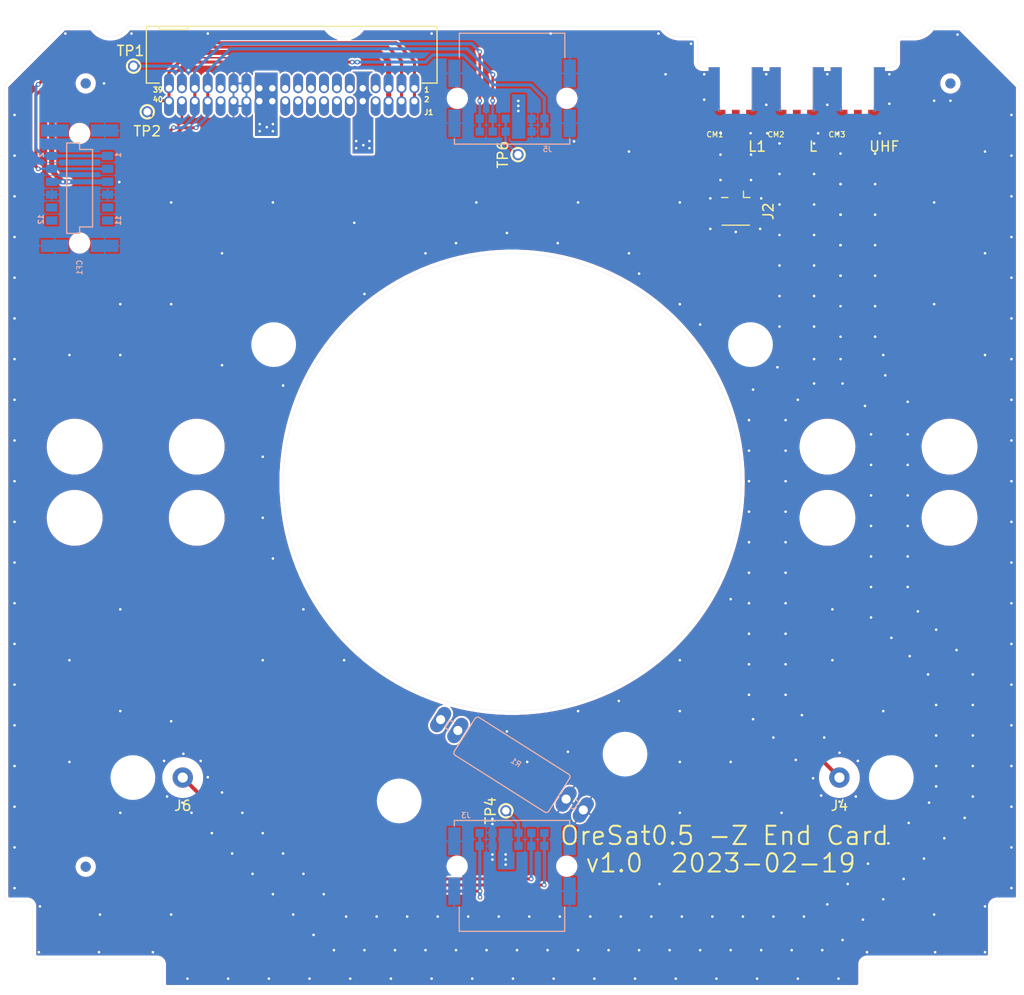
<source format=kicad_pcb>
(kicad_pcb (version 20211014) (generator pcbnew)
  (layers (0 "F.Cu" signal) (1 "In1.Cu" signal) (2 "In2.Cu" signal) (31 "B.Cu" signal) (34 "B.Paste" user) (35 "F.Paste" user) (36 "B.SilkS" user "B.Silkscreen") (37 "F.SilkS" user "F.Silkscreen") (38 "B.Mask" user) (39 "F.Mask" user) (44 "Edge.Cuts" user))
  (net 0 "")
  (net 1 "/CONNECTORS/MAG-SDA")
  (net 2 "GND")
  (net 3 "/CONNECTORS/MAG-SCL")
  (net 4 "/CONNECTORS/MAG-POWER")
  (net 9 "/L BAND/LBAND")
  (net 10 "/UHF/UHF")
  (net 11 "/CONNECTORS/~{SD}")
  (net 12 "/CONNECTORS/CAN1_H")
  (net 13 "/CONNECTORS/CAN1_L")
  (net 14 "/CONNECTORS/C3-UART-TX")
  (net 15 "/CONNECTORS/C3-UART-RX")
  (net 18 "/CONNECTORS/TURNSTILE-DEPLOY")
  (net 33 "/L1 BAND/L1BAND")
  (net 34 "VBUS")
  (net 35 "/CONNECTORS/+X_AUX")
  (net 36 "/CONNECTORS/-X_AUX")
  (footprint "MountingHole:MountingHole_5mm" (layer "F.Cu") (at 179.512902 99.005193)
    (fp_text reference "REF**" hide)
    (fp_text value "MountingHole_5mm")
  )
  (footprint "MountingHole:MountingHole_5mm" (layer "F.Cu") (at 105.512902 106.005193)
    (fp_text reference "REF**" hide)
    (fp_text value "MountingHole_5mm")
  )
  (footprint "oresat-connectors:J-MOLEX-SMPM-073300-003X" (layer "F.Cu") (at 176.500002 61.699993)
    (fp_text reference "CM2")
    (fp_text value "J-MOLEX-SMPM-73300-003X" hide)
  )
  (footprint "oresat-misc:TestPoint-MinTH" (layer "F.Cu") (at 149.100002 70.299993 90)
    (fp_text reference "TP6")
    (fp_text value "TEST-POINT-LARGE-SQUARE" hide)
  )
  (footprint "MountingHole:MountingHole_5mm" (layer "F.Cu") (at 191.512902 99.005193)
    (fp_text reference "REF**" hide)
    (fp_text value "MountingHole_5mm")
  )
  (footprint "oresat-connectors:J-MOLEX-SMPM-073300-003X" (layer "F.Cu") (at 182.500002 61.699993)
    (fp_text reference "CM3")
    (fp_text value "J-MOLEX-SMPM-73300-003X" hide)
  )
  (footprint "MountingHole:MountingHole_5mm" (layer "F.Cu") (at 117.512902 99.005193)
    (fp_text reference "REF**" hide)
    (fp_text value "MountingHole_5mm")
  )
  (footprint "plusz-end-card-with-turnstile:ORESAT-CARD-V1.3-GENERIC-3RF" (layer "F.Cu") (at 98.6 152.3)
    (fp_text reference "PCB1" hide)
    (fp_text value "ORESAT-CARD-V1.3-GENERIC-3RF" hide)
  )
  (footprint "MountingHole:MountingHole_5mm" (layer "F.Cu") (at 179.512902 106.005193)
    (fp_text reference "REF**" hide)
    (fp_text value "MountingHole_5mm")
  )
  (footprint "oresat-footprints:J-SAMTEC-TFM-120-X1-XXX-D-RA" (layer "F.Cu") (at 126.846502 64.410793)
    (property "Value" "J-SAMTEC-TFM-120-01-L-D-RA")
    (fp_text reference "J1")
    (fp_text value "J-SAMTEC-TFM-120-01-L-D-RA")
  )
  (footprint "oresat-connectors:J-MOLEX-SMPM-073300-003X" (layer "F.Cu") (at 170.500009 61.700003)
    (fp_text reference "CM1")
    (fp_text value "J-MOLEX-SMPM-73300-003X" hide)
  )
  (footprint "oresat-misc:TestPoint-MinTH" (layer "F.Cu") (at 111.300002 61.599993)
    (fp_text reference "TP1")
    (fp_text value "TEST-POINT-LARGE-SQUARE" hide)
  )
  (footprint "oresat-misc:TestPoint-MinTH" (layer "F.Cu") (at 147.900002 134.799993 90)
    (fp_text reference "TP4")
    (fp_text value "TEST-POINT-LARGE-SQUARE" hide)
  )
  (footprint "Connector_Pin:Pin_D1.0mm_L10.0mm" (layer "F.Cu") (at 116.138459 131.534934)
    (fp_text reference "J6")
    (fp_text value "UHF Feed")
  )
  (footprint "Connector_Pin:Pin_D1.0mm_L10.0mm" (layer "F.Cu") (at 180.6873 131.5349)
    (fp_text reference "J4")
    (fp_text value "L-Band Feed")
  )
  (footprint "MountingHole:MountingHole_5mm" (layer "F.Cu") (at 117.512902 106.005193)
    (fp_text reference "REF**" hide)
    (fp_text value "MountingHole_5mm")
  )
  (footprint "MountingHole:MountingHole_5mm" (layer "F.Cu") (at 105.512902 99.005193)
    (fp_text reference "REF**" hide)
    (fp_text value "MountingHole_5mm")
  )
  (footprint "Fiducial:Fiducial_1mm_Mask2mm" (layer "F.Cu") (at 191.600002 63.299993)
    (fp_text reference "FID3" hide)
    (fp_text value "Fiducial")
  )
  (footprint "Connector_Coaxial:U.FL_Hirose_U.FL-R-SMT-1_Vertical" (layer "F.Cu") (at 170.5 75.4 -90)
    (fp_text reference "J2")
    (fp_text value "U.FL-R-SMT-1")
  )
  (footprint "MountingHole:MountingHole_5mm" (layer "F.Cu") (at 191.512902 106.005193)
    (fp_text reference "REF**" hide)
    (fp_text value "MountingHole_5mm")
  )
  (footprint "Fiducial:Fiducial_1mm_Mask2mm" (layer "F.Cu") (at 106.600002 140.299993)
    (fp_text reference "FID1" hide)
    (fp_text value "Fiducial")
  )
  (footprint "oresat-misc:TestPoint-MinTH" (layer "F.Cu") (at 112.647902 66.087193)
    (fp_text reference "TP2")
    (fp_text value "TEST-POINT-LARGE-SQUARE" hide)
  )
  (footprint "Fiducial:Fiducial_1mm_Mask2mm" (layer "F.Cu") (at 106.600002 63.299993)
    (fp_text reference "FID2" hide)
    (fp_text value "Fiducial")
  )
  (footprint "Fiducial:Fiducial_1mm_Mask2mm" (layer "B.Cu") (at 106.600002 63.299993 -90)
    (fp_text reference "FID4" hide)
    (fp_text value "Fiducial")
  )
  (footprint "oresat-connectors:J-Harwin-M55-7101242R" (layer "B.Cu") (at 148.500002 140.249993 180)
    (fp_text reference "J3")
    (fp_text value "Harwin M55-7101242R" hide)
  )
  (footprint "oresat-misc:M2-Press-Fit-Nut" (layer "B.Cu") (at 185.7873 131.5349 180)
    (fp_text reference "HW1" hide)
    (fp_text value "M2-Press-Fit-Nut" hide)
  )
  (footprint "oresat-misc:M2-Press-Fit-Nut" (layer "B.Cu") (at 137.412902 133.834934 180)
    (fp_text reference "HW3" hide)
    (fp_text value "M2-Press-Fit-Nut" hide)
  )
  (footprint "oresat-misc:M2-Press-Fit-Nut" (layer "B.Cu") (at 171.950274 88.97362 180)
    (fp_text reference "HW5" hide)
    (fp_text value "M2-Press-Fit-Nut" hide)
  )
  (footprint "oresat-connectors:J-Harwin-M55-60X1242R" (layer "B.Cu") (at 106.000002 73.599993 -90)
    (fp_text reference "CF1")
    (fp_text value "J-HARWIN-M55-6001242R" hide)
  )
  (footprint "Fiducial:Fiducial_1mm_Mask2mm" (layer "B.Cu") (at 191.600002 63.299993 180)
    (fp_text reference "FID5" hide)
    (fp_text value "Fiducial")
  )
  (footprint "oresat-misc:M2-Press-Fit-Nut" (layer "B.Cu") (at 125.07553 88.97362 180)
    (fp_text reference "HW6" hide)
    (fp_text value "M2-Press-Fit-Nut" hide)
  )
  (footprint "oresat-misc:M2-Press-Fit-Nut" (layer "B.Cu") (at 159.612902 129.233485 180)
    (fp_text reference "HW2" hide)
    (fp_text value "M2-Press-Fit-Nut" hide)
  )
  (footprint "oresat-misc:M2-Press-Fit-Nut" (layer "B.Cu") (at 111.238459 131.534934 180)
    (fp_text reference "HW4" hide)
    (fp_text value "M2-Press-Fit-Nut" hide)
  )
  (footprint "Fiducial:Fiducial_1mm_Mask2mm" (layer "B.Cu") (at 106.600002 140.299993 180)
    (fp_text reference "FID6" hide)
    (fp_text value "Fiducial")
  )
  (footprint "oresat-connectors:J-Harwin-M55-7101242R" (layer "B.Cu") (at 148.512902 64.766393)
    (fp_text reference "J5")
    (fp_text value "Harwin M55-7101242R" hide)
  )
  (footprint "oresat-passives:R-PAC100-FOR-MELTWIRE" (layer "B.Cu") (at 148.5 130.278955 -122.35)
    (fp_text reference "R1")
    (fp_text value "7.5 1W" hide)
  )
  (gr_line (start 168.922902 61.705193) (end 167.244953 61.705193) (layer "Edge.Cuts") (width 0.02))
  (gr_line (start 101.362902 148.905193) (end 101.362902 144.205193) (layer "Edge.Cuts") (width 0.02))
  (gr_line (start 114.112902 151.805193) (end 114.112902 149.905193) (layer "Edge.Cuts") (width 0.02))
  (gr_arc (start 186.280851 59.205193) (mid 186.427295 58.851622) (end 186.780851 58.705193) (layer "Edge.Cuts") (width 0.02))
  (gr_line (start 195.662902 148.905193) (end 195.662902 144.205193) (layer "Edge.Cuts") (width 0.02))
  (gr_arc (start 181.422902 65.905193) (mid 181.069349 65.758746) (end 180.922902 65.405193) (layer "Edge.Cuts") (width 0.02))
  (gr_arc (start 167.244953 61.705193) (mid 166.891431 61.558729) (end 166.744953 61.205193) (layer "Edge.Cuts") (width 0.02))
  (gr_line (start 166.244953 58.705193) (end 165.012902 58.705193) (layer "Edge.Cuts") (width 0.02))
  (gr_line (start 172.102902 61.705193) (end 172.102902 65.405193) (layer "Edge.Cuts") (width 0.02))
  (gr_arc (start 182.912902 149.905193) (mid 183.059349 149.55164) (end 183.412902 149.405193) (layer "Edge.Cuts") (width 0.02))
  (gr_line (start 181.422902 65.905193) (end 183.602902 65.905193) (layer "Edge.Cuts") (width 0.02))
  (gr_line (start 178.102902 61.705193) (end 180.922902 61.705193) (layer "Edge.Cuts") (width 0.02))
  (gr_line (start 98.612902 63.503469) (end 104.411178 57.705193) (layer "Edge.Cuts") (width 0.02))
  (gr_arc (start 169.422902 65.905193) (mid 169.069349 65.758746) (end 168.922902 65.405193) (layer "Edge.Cuts") (width 0.02))
  (gr_line (start 186.280851 61.205193) (end 186.280851 59.205193) (layer "Edge.Cuts") (width 0.02))
  (gr_arc (start 195.662902 148.905193) (mid 195.516455 149.258746) (end 195.162902 149.405193) (layer "Edge.Cuts") (width 0.02))
  (gr_arc (start 184.102902 65.405193) (mid 183.956455 65.758746) (end 183.602902 65.905193) (layer "Edge.Cuts") (width 0.02))
  (gr_line (start 198.412902 63.503469) (end 192.614626 57.705193) (layer "Edge.Cuts") (width 0.02))
  (gr_line (start 113.612902 149.405193) (end 101.862902 149.405193) (layer "Edge.Cuts") (width 0.02))
  (gr_line (start 107.280851 57.705193) (end 104.411178 57.705193) (layer "Edge.Cuts") (width 0.02))
  (gr_line (start 184.102902 61.705193) (end 185.780851 61.705193) (layer "Edge.Cuts") (width 0.02))
  (gr_line (start 180.922902 61.705193) (end 180.922902 65.405193) (layer "Edge.Cuts") (width 0.02))
  (gr_arc (start 99.112902 143.705193) (mid 98.759349 143.558746) (end 98.612902 143.205193) (layer "Edge.Cuts") (width 0.02))
  (gr_line (start 178.102902 65.405193) (end 178.102902 61.705193) (layer "Edge.Cuts") (width 0.02))
  (gr_line (start 174.922902 61.705193) (end 172.102902 61.705193) (layer "Edge.Cuts") (width 0.02))
  (gr_line (start 174.922902 65.405193) (end 174.922902 61.705193) (layer "Edge.Cuts") (width 0.02))
  (gr_circle (center 148.512902 102.505193) (end 171.012902 102.505193) (layer "Edge.Cuts") (width 0.02) (fill none))
  (gr_arc (start 114.612902 152.305193) (mid 114.259349 152.158746) (end 114.112902 151.805193) (layer "Edge.Cuts") (width 0.02))
  (gr_circle (center 180.922902 65.905193) (end 181.082902 65.905193) (layer "Edge.Cuts") (width 0.02) (fill none))
  (gr_arc (start 165.012902 58.705193) (mid 164.012902 58.437244) (end 163.280851 57.705193) (layer "Edge.Cuts") (width 0.02))
  (gr_arc (start 186.280851 61.205193) (mid 186.134407 61.558764) (end 185.780851 61.705193) (layer "Edge.Cuts") (width 0.02))
  (gr_circle (center 178.102902 65.905193) (end 178.262902 65.905193) (layer "Edge.Cuts") (width 0.02) (fill none))
  (gr_arc (start 198.412902 143.205193) (mid 198.266455 143.558746) (end 197.912902 143.705193) (layer "Edge.Cuts") (width 0.02))
  (gr_arc (start 178.102902 65.405193) (mid 177.956455 65.758746) (end 177.602902 65.905193) (layer "Edge.Cuts") (width 0.02))
  (gr_circle (center 184.102902 65.905193) (end 184.262902 65.905193) (layer "Edge.Cuts") (width 0.02) (fill none))
  (gr_arc (start 113.612902 149.405193) (mid 113.966455 149.55164) (end 114.112902 149.905193) (layer "Edge.Cuts") (width 0.02))
  (gr_line (start 186.780851 58.705193) (end 188.012902 58.705193) (layer "Edge.Cuts") (width 0.02))
  (gr_line (start 184.102902 65.405193) (end 184.102902 61.705193) (layer "Edge.Cuts") (width 0.02))
  (gr_arc (start 182.912902 151.805193) (mid 182.766455 152.158746) (end 182.412902 152.305193) (layer "Edge.Cuts") (width 0.02))
  (gr_line (start 163.280851 57.705193) (end 133.744953 57.705193) (layer "Edge.Cuts") (width 0.02))
  (gr_arc (start 133.744953 57.705193) (mid 132.012902 58.705193) (end 130.280851 57.705193) (layer "Edge.Cuts") (width 0.02))
  (gr_line (start 100.862902 143.705193) (end 99.112902 143.705193) (layer "Edge.Cuts") (width 0.02))
  (gr_arc (start 100.862902 143.705193) (mid 101.216455 143.85164) (end 101.362902 144.205193) (layer "Edge.Cuts") (width 0.02))
  (gr_line (start 171.602902 65.905193) (end 169.422902 65.905193) (layer "Edge.Cuts") (width 0.02))
  (gr_line (start 168.922902 65.405193) (end 168.922902 61.705193) (layer "Edge.Cuts") (width 0.02))
  (gr_arc (start 101.862902 149.405193) (mid 101.509349 149.258746) (end 101.362902 148.905193) (layer "Edge.Cuts") (width 0.02))
  (gr_arc (start 166.244953 58.705193) (mid 166.598473 58.851658) (end 166.744953 59.205193) (layer "Edge.Cuts") (width 0.02))
  (gr_circle (center 172.102902 65.905193) (end 172.262902 65.905193) (layer "Edge.Cuts") (width 0.02) (fill none))
  (gr_line (start 166.744953 61.205193) (end 166.744953 59.205193) (layer "Edge.Cuts") (width 0.02))
  (gr_line (start 177.602902 65.905193) (end 175.422902 65.905193) (layer "Edge.Cuts") (width 0.02))
  (gr_arc (start 195.662902 144.205193) (mid 195.809349 143.85164) (end 196.162902 143.705193) (layer "Edge.Cuts") (width 0.02))
  (gr_arc (start 172.102902 65.405193) (mid 171.956455 65.758746) (end 171.602902 65.905193) (layer "Edge.Cuts") (width 0.02))
  (gr_line (start 192.614626 57.705193) (end 189.744953 57.705193) (layer "Edge.Cuts") (width 0.02))
  (gr_line (start 130.280851 57.705193) (end 110.744953 57.705193) (layer "Edge.Cuts") (width 0.02))
  (gr_line (start 196.162902 143.705193) (end 197.912902 143.705193) (layer "Edge.Cuts") (width 0.02))
  (gr_circle (center 168.922902 65.905193) (end 169.082902 65.905193) (layer "Edge.Cuts") (width 0.02) (fill none))
  (gr_line (start 98.612902 143.205193) (end 98.612902 63.503469) (layer "Edge.Cuts") (width 0.02))
  (gr_arc (start 110.744953 57.705193) (mid 109.012902 58.705193) (end 107.280851 57.705193) (layer "Edge.Cuts") (width 0.02))
  (gr_line (start 198.412902 143.205193) (end 198.412902 63.503469) (layer "Edge.Cuts") (width 0.02))
  (gr_line (start 182.412902 152.305193) (end 114.612902 152.305193) (layer "Edge.Cuts") (width 0.02))
  (gr_arc (start 189.744953 57.705193) (mid 189.012902 58.437244) (end 188.012902 58.705193) (layer "Edge.Cuts") (width 0.02))
  (gr_line (start 182.912902 151.805193) (end 182.912902 149.905193) (layer "Edge.Cuts") (width 0.02))
  (gr_circle (center 174.922902 65.905193) (end 175.082902 65.905193) (layer "Edge.Cuts") (width 0.02) (fill none))
  (gr_line (start 183.412902 149.405193) (end 195.162902 149.405193) (layer "Edge.Cuts") (width 0.02))
  (gr_arc (start 175.422902 65.905193) (mid 175.069349 65.758746) (end 174.922902 65.405193) (layer "Edge.Cuts") (width 0.02))
  (gr_text "v1.0  2023-02-19" (at 155.6 141) (layer "F.SilkS") (effects (font (size 1.8 1.8) (thickness 0.2)) (justify left bottom)))
  (gr_text "OreSat0.5 -Z End Card" (at 153.1 138.3) (layer "F.SilkS") (effects (font (size 1.8 1.8) (thickness 0.2)) (justify left bottom)))
  (gr_text "L1\n" (at 172.6 69.5) (layer "F.SilkS") (effects (font (size 1 1))))
  (gr_text "L" (at 178.1 69.5) (layer "F.SilkS") (effects (font (size 1 1))))
  (gr_text "UHF" (at 185.1 69.5) (layer "F.SilkS") (effects (font (size 1 1))))
  (segment (start 106.049302 59.299993) (end 137.100002 59.299993) (width 0.3) (layer "F.Cu") (net 1))
  (segment (start 101.954502 63.394793) (end 106.049302 59.299993) (width 0.3) (layer "F.Cu") (net 1))
  (segment (start 137.100002 59.299993) (end 138.915002 61.114993) (width 0.3) (layer "F.Cu") (net 1))
  (segment (start 138.915002 61.114993) (end 138.915002 65.034993) (width 0.3) (layer "F.Cu") (net 1))
  (segment (start 101.929102 63.394793) (end 101.954502 63.394793) (width 0.3) (layer "F.Cu") (net 1))
  (via (at 101.929102 63.394793) (size 0.4572) (drill 0.254) (layers "F.Cu" "B.Cu") (net 1))
  (segment (start 101.700502 69.719393) (end 102.406102 70.424993) (width 0.3) (layer "B.Cu") (net 1))
  (segment (start 101.929102 63.394793) (end 101.700502 63.623393) (width 0.3) (layer "B.Cu") (net 1))
  (segment (start 102.406102 70.424993) (end 108.750002 70.424993) (width 0.3) (layer "B.Cu") (net 1))
  (segment (start 101.700502 63.623393) (end 101.700502 69.719393) (width 0.3) (layer "B.Cu") (net 1))
  (via (at 183.2 95) (size 0.4572) (drill 0.254) (layers "F.Cu" "B.Cu") (net 2))
  (via (at 180.8 88.2) (size 0.4572) (drill 0.254) (layers "F.Cu" "B.Cu") (net 2))
  (via (at 175.4 102.4) (size 0.4572) (drill 0.254) (layers "F.Cu" "B.Cu") (net 2))
  (via (at 184.2 79.2) (size 0.4572) (drill 0.254) (layers "F.Cu" "B.Cu") (net 2))
  (via (at 180.8 76.2) (size 0.4572) (drill 0.254) (layers "F.Cu" "B.Cu") (net 2))
  (via (at 172.2 125.8) (size 0.4572) (drill 0.254) (layers "F.Cu" "B.Cu") (net 2))
  (via (at 160 70) (size 0.4572) (drill 0.254) (layers "F.Cu" "B.Cu") (net 2))
  (via (at 197.600002 90.399993) (size 0.4572) (drill 0.254) (layers "F.Cu" "B.Cu") (net 2))
  (via (at 183 145.5) (size 0.4572) (drill 0.254) (layers "F.Cu" "B.Cu") (net 2))
  (via (at 152 148.5) (size 0.4572) (drill 0.254) (layers "F.Cu" "B.Cu") (net 2))
  (via (at 180.7 133.9) (size 0.4572) (drill 0.254) (layers "F.Cu" "B.Cu") (net 2))
  (via (at 155 125) (size 0.4572) (drill 0.254) (layers "F.Cu" "B.Cu") (net 2))
  (via (at 159 124) (size 0.4572) (drill 0.254) (layers "F.Cu" "B.Cu") (net 2))
  (via (at 180.8 79.2) (size 0.4572) (drill 0.254) (layers "F.Cu" "B.Cu") (net 2))
  (via (at 158 148.5) (size 0.4572) (drill 0.254) (layers "F.Cu" "B.Cu") (net 2))
  (via (at 125 110) (size 0.4572) (drill 0.254) (layers "F.Cu" "B.Cu") (net 2))
  (via (at 99.600002 114.399993) (size 0.4572) (drill 0.254) (layers "F.Cu" "B.Cu") (net 2))
  (via (at 108 145) (size 0.4572) (drill 0.254) (layers "F.Cu" "B.Cu") (net 2))
  (via (at 180.8 70.2) (size 0.4572) (drill 0.254) (layers "F.Cu" "B.Cu") (net 2))
  (via (at 172.9 77.6) (size 0.4572) (drill 0.254) (layers "F.Cu" "B.Cu") (net 2))
  (via (at 165 135) (size 0.4572) (drill 0.254) (layers "F.Cu" "B.Cu") (net 2))
  (via (at 140.600002 58.399993) (size 0.4572) (drill 0.254) (layers "F.Cu" "B.Cu") (net 2))
  (via (at 171.956902 68.195393) (size 0.4572) (drill 0.254) (layers "F.Cu" "B.Cu") (net 2))
  (via (at 107.900002 148.699993) (size 0.4572) (drill 0.254) (layers "F.Cu" "B.Cu") (net 2))
  (via (at 109.900002 72.999993) (size 0.4572) (drill 0.254) (layers "F.Cu" "B.Cu") (net 2))
  (via (at 124 120) (size 0.4572) (drill 0.254) (layers "F.Cu" "B.Cu") (net 2))
  (via (at 183.8 103.8) (size 0.4572) (drill 0.254) (layers "F.Cu" "B.Cu") (net 2))
  (via (at 180.8 90.4) (size 0.4572) (drill 0.254) (layers "F.Cu" "B.Cu") (net 2))
  (via (at 99.600002 102.399993) (size 0.4572) (drill 0.254) (layers "F.Cu" "B.Cu") (net 2))
  (via (at 185.8 117.8) (size 0.4572) (drill 0.254) (layers "F.Cu" "B.Cu") (net 2))
  (via (at 193.8 133.4) (size 0.4572) (drill 0.254) (layers "F.Cu" "B.Cu") (net 2))
  (via (at 172 70.3) (size 0.4572) (drill 0.254) (layers "F.Cu" "B.Cu") (net 2))
  (via (at 99.600002 122.399993) (size 0.4572) (drill 0.254) (layers "F.Cu" "B.Cu") (net 2))
  (via (at 180 120) (size 0.4572) (drill 0.254) (layers "F.Cu" "B.Cu") (net 2))
  (via (at 110 115) (size 0.4572) (drill 0.254) (layers "F.Cu" "B.Cu") (net 2))
  (via (at 181 92.8) (size 0.4572) (drill 0.254) (layers "F.Cu" "B.Cu") (net 2))
  (via (at 171.8 123.4) (size 0.4572) (drill 0.254) (layers "F.Cu" "B.Cu") (net 2))
  (via (at 170 114) (size 0.4572) (drill 0.254) (layers "F.Cu" "B.Cu") (net 2))
  (via (at 190.2 127.4) (size 0.4572) (drill 0.254) (layers "F.Cu" "B.Cu") (net 2))
  (via (at 166.100002 59.399993) (size 0.4572) (drill 0.254) (layers "F.Cu" "B.Cu") (net 2))
  (via (at 122 135) (size 0.4572) (drill 0.254) (layers "F.Cu" "B.Cu") (net 2))
  (via (at 197.600002 142.399993) (size 0.4572) (drill 0.254) (layers "F.Cu" "B.Cu") (net 2))
  (via (at 140 80) (size 0.4572) (drill 0.254) (layers "F.Cu" "B.Cu") (net 2))
  (via (at 105 130) (size 0.4572) (drill 0.254) (layers "F.Cu" "B.Cu") (net 2))
  (via (at 193.8 121.4) (size 0.4572) (drill 0.254) (layers "F.Cu" "B.Cu") (net 2))
  (via (at 197.600002 66.399993) (size 0.4572) (drill 0.254) (layers "F.Cu" "B.Cu") (net 2))
  (via (at 150 130) (size 0.4572) (drill 0.254) (layers "F.Cu" "B.Cu") (net 2))
  (via (at 187.4 94.6) (size 0.4572) (drill 0.254) (layers "F.Cu" "B.Cu") (net 2))
  (via (at 197.600002 106.399993) (size 0.4572) (drill 0.254) (layers "F.Cu" "B.Cu") (net 2))
  (via (at 189.4 121.4) (size 0.4572) (drill 0.254) (layers "F.Cu" "B.Cu") (net 2))
  (via (at 117 135) (size 0.4572) (drill 0.254) (layers "F.Cu" "B.Cu") (net 2))
  (via (at 163 142) (size 0.4572) (drill 0.254) (layers "F.Cu" "B.Cu") (net 2))
  (via (at 99.600002 70.399993) (size 0.4572) (drill 0.254) (layers "F.Cu" "B.Cu") (net 2))
  (via (at 168 77.6) (size 0.4572) (drill 0.254) (layers "F.Cu" "B.Cu") (net 2))
  (via (at 175.4 96.4) (size 0.4572) (drill 0.254) (layers "F.Cu" "B.Cu") (net 2))
  (via (at 190.100002 148.699993) (size 0.4572) (drill 0.254) (layers "F.Cu" "B.Cu") (net 2))
  (via (at 168 74.6) (size 0.4572) (drill 0.254) (layers "F.Cu" "B.Cu") (net 2))
  (via (at 183.400002 148.699993) (size 0.4572) (drill 0.254) (layers "F.Cu" "B.Cu") (net 2))
  (via (at 140 148.5) (size 0.4572) (drill 0.254) (layers "F.Cu" "B.Cu") (net 2))
  (via (at 140.600002 151.299993) (size 0.4572) (drill 0.254) (layers "F.Cu" "B.Cu") (net 2))
  (via (at 128 141) (size 0.4572) (drill 0.254) (layers "F.Cu" "B.Cu") (net 2))
  (via (at 110 125) (size 0.4572) (drill 0.254) (layers "F.Cu" "B.Cu") (net 2))
  (via (at 99.600002 90.399993) (size 0.4572) (drill 0.254) (layers "F.Cu" "B.Cu") (net 2))
  (via (at 197.600002 98.399993) (size 0.4572) (drill 0.254) (layers "F.Cu" "B.Cu") (net 2))
  (via (at 193.8 124.4) (size 0.4572) (drill 0.254) (layers "F.Cu" "B.Cu") (net 2))
  (via (at 180.8 82.2) (size 0.4572) (drill 0.254) (layers "F.Cu" "B.Cu") (net 2))
  (via (at 183.5 140) (size 0.4572) (drill 0.254) (layers "F.Cu" "B.Cu") (net 2))
  (via (at 105 120) (size 0.4572) (drill 0.254) (layers "F.Cu" "B.Cu") (net 2))
  (via (at 126 139) (size 0.4572) (drill 0.254) (layers "F.Cu" "B.Cu") (net 2))
  (via (at 174.8 72.2) (size 0.4572) (drill 0.254) (layers "F.Cu" "B.Cu") (net 2))
  (via (at 181.5 142) (size 0.4572) (drill 0.254) (layers "F.Cu" "B.Cu") (net 2))
  (via (at 183.8 115.8) (size 0.4572) (drill 0.254) (layers "F.Cu" "B.Cu") (net 2))
  (via (at 187.4 109.8) (size 0.4572) (drill 0.254) (layers "F.Cu" "B.Cu") (net 2))
  (via (at 180.8 73.2) (size 0.4572) (drill 0.254) (layers "F.Cu" "B.Cu") (net 2))
  (via (at 179 148.5) (size 0.4572) (drill 0.254) (layers "F.Cu" "B.Cu") (net 2))
  (via (at 175.4 99.4) (size 0.4572) (drill 0.254) (layers "F.Cu" "B.Cu") (net 2))
  (via (at 149 148.5) (size 0.4572) (drill 0.254) (layers "F.Cu" "B.Cu") (net 2))
  (via (at 173.500002 62.399993) (size 0.4572) (drill 0.254) (layers "F.Cu" "B.Cu") (net 2))
  (via (at 145 75) (size 0.4572) (drill 0.254) (layers "F.Cu" "B.Cu") (net 2))
  (via (at 99.600002 86.399993) (size 0.4572) (drill 0.254) (layers "F.Cu" "B.Cu") (net 2))
  (via (at 162.2 145.2) (size 0.4572) (drill 0.254) (layers "F.Cu" "B.Cu") (net 2))
  (via (at 147.2 145.2) (size 0.4572) (drill 0.254) (layers "F.Cu" "B.Cu") (net 2))
  (via (at 120 91) (size 0.4572) (drill 0.254) (layers "F.Cu" "B.Cu") (net 2))
  (via (at 121 139) (size 0.4572) (drill 0.254) (layers "F.Cu" "B.Cu") (net 2))
  (via (at 180.8 79.2) (size 0.4572) (drill 0.254) (layers "F.Cu" "B.Cu") (net 2))
  (via (at 175.4 108.4) (size 0.4572) (drill 0.254) (layers "F.Cu" "B.Cu") (net 2))
  (via (at 167.400002 62.399993) (size 0.4572) (drill 0.254) (layers "F.Cu" "B.Cu") (net 2))
  (via (at 113.200002 148.699993) (size 0.4572) (drill 0.254) (layers "F.Cu" "B.Cu") (net 2))
  (via (at 134 148.5) (size 0.4572) (drill 0.254) (layers "F.Cu" "B.Cu") (net 2))
  (via (at 197.600002 94.399993) (size 0.4572) (drill 0.254) (layers "F.Cu" "B.Cu") (net 2))
  (via (at 170 130) (size 0.4572) (drill 0.254) (layers "F.Cu" "B.Cu") (net 2))
  (via (at 110 135) (size 0.4572) (drill 0.254) (layers "F.Cu" "B.Cu") (net 2))
  (via (at 129 147) (size 0.4572) (drill 0.254) (layers "F.Cu" "B.Cu") (net 2))
  (via (at 124 100) (size 0.4572) (drill 0.254) (layers "F.Cu" "B.Cu") (net 2))
  (via (at 176.6 94.4) (size 0.4572) (drill 0.254) (layers "F.Cu" "B.Cu") (net 2))
  (via (at 182.3 133.4) (size 0.4572) (drill 0.254) (layers "F.Cu" "B.Cu") (net 2))
  (via (at 171.8 117.4) (size 0.4572) (drill 0.254) (layers "F.Cu" "B.Cu") (net 2))
  (via (at 180.600002 151.299993) (size 0.4572) (drill 0.254) (layers "F.Cu" "B.Cu") (net 2))
  (via (at 184.2 70.2) (size 0.4572) (drill 0.254) (layers "F.Cu" "B.Cu") (net 2))
  (via (at 191 137.5) (size 0.4572) (drill 0.254) (layers "F.Cu" "B.Cu") (net 2))
  (via (at 176 148.5) (size 0.4572) (drill 0.254) (layers "F.Cu" "B.Cu") (net 2))
  (via (at 197.600002 86.399993) (size 0.4572) (drill 0.254) (layers "F.Cu" "B.Cu") (net 2))
  (via (at 138.2 145.2) (size 0.4572) (drill 0.254) (layers "F.Cu" "B.Cu") (net 2))
  (via (at 159.2 145.2) (size 0.4572) (drill 0.254) (layers "F.Cu" "B.Cu") (net 2))
  (via (at 174.8 84.2) (size 0.4572) (drill 0.254) (layers "F.Cu" "B.Cu") (net 2))
  (via (at 99.600002 82.399993) (size 0.4572) (drill 0.254) (layers "F.Cu" "B.Cu") (net 2))
  (via (at 184.2 76.2) (size 0.4572) (drill 0.254) (layers "F.Cu" "B.Cu") (net 2))
  (via (at 110 90) (size 0.4572) (drill 0.254) (layers "F.Cu" "B.Cu") (net 2))
  (via (at 131 148.5) (size 0.4572) (drill 0.254) (layers "F.Cu" "B.Cu") (net 2))
  (via (at 165 130) (size 0.4572) (drill 0.254) (layers "F.Cu" "B.Cu") (net 2))
  (via (at 180.8 79.2) (size 0.4572) (drill 0.254) (layers "F.Cu" "B.Cu") (net 2))
  (via (at 169 70.3) (size 0.4572) (drill 0.254) (layers "F.Cu" "B.Cu") (net 2))
  (via (at 120.600002 151.299993) (size 0.4572) (drill 0.254) (layers "F.Cu" "B.Cu") (net 2))
  (via (at 197.600002 122.399993) (size 0.4572) (drill 0.254) (layers "F.Cu" "B.Cu") (net 2))
  (via (at 180.8 85.2) (size 0.4572) (drill 0.254) (layers "F.Cu" "B.Cu") (net 2))
  (via (at 184.2 73.2) (size 0.4572) (drill 0.254) (layers "F.Cu" "B.Cu") (net 2))
  (via (at 197.600002 82.399993) (size 0.4572) (drill 0.254) (layers "F.Cu" "B.Cu") (net 2))
  (via (at 175.4 105.4) (size 0.4572) (drill 0.254) (layers "F.Cu" "B.Cu") (net 2))
  (via (at 190 85) (size 0.4572) (drill 0.254) (layers "F.Cu" "B.Cu") (net 2))
  (via (at 161 82) (size 0.4572) (drill 0.254) (layers "F.Cu" "B.Cu") (net 2))
  (via (at 170 148.5) (size 0.4572) (drill 0.254) (layers "F.Cu" "B.Cu") (net 2))
  (via (at 184.656902 68.195393) (size 0.4572) (drill 0.254) (layers "F.Cu" "B.Cu") (net 2))
  (via (at 148 78) (size 0.4572) (drill 0.254) (layers "F.Cu" "B.Cu") (net 2))
  (via (at 180.8 76.2) (size 0.4572) (drill 0.254) (layers "F.Cu" "B.Cu") (net 2))
  (via (at 117.9 129.9) (size 0.4572) (drill 0.254) (layers "F.Cu" "B.Cu") (net 2))
  (via (at 178.2 75.2) (size 0.4572) (drill 0.254) (layers "F.Cu" "B.Cu") (net 2))
  (via (at 111.100002 58.399993) (size 0.4572) (drill 0.254) (layers "F.Cu" "B.Cu") (net 2))
  (via (at 144.600002 151.299993) (size 0.4572) (drill 0.254) (layers "F.Cu" "B.Cu") (net 2))
  (via (at 123 141) (size 0.4572) (drill 0.254) (layers "F.Cu" "B.Cu") (net 2))
  (via (at 175.4 120.4) (size 0.4572) (drill 0.254) (layers "F.Cu" "B.Cu") (net 2))
  (via (at 185.600002 65.299993) (size 0.4572) (drill 0.254) (layers "F.Cu" "B.Cu") (net 2))
  (via (at 195 90) (size 0.4572) (drill 0.254) (layers "F.Cu" "B.Cu") (net 2))
  (via (at 128.600002 151.299993) (size 0.4572) (drill 0.254) (layers "F.Cu" "B.Cu") (net 2))
  (via (at 172 72.8) (size 0.4572) (drill 0.254) (layers "F.Cu" "B.Cu") (net 2))
  (via (at 132 120) (size 0.4572) (drill 0.254) (layers "F.Cu" "B.Cu") (net 2))
  (via (at 156.600002 151.299993) (size 0.4572) (drill 0.254) (layers "F.Cu" "B.Cu") (net 2))
  (via (at 178.2 69.2) (size 0.4572) (drill 0.254) (layers "F.Cu" "B.Cu") (net 2))
  (via (at 178.2 92.8) (size 0.4572) (drill 0.254) (layers "F.Cu" "B.Cu") (net 2))
  (via (at 116.2 129.2) (size 0.4572) (drill 0.254) (layers "F.Cu" "B.Cu") (net 2))
  (via (at 167.400002 64.899993) (size 0.4572) (drill 0.254) (layers "F.Cu" "B.Cu") (net 2))
  (via (at 175.4 114.4) (size 0.4572) (drill 0.254) (layers "F.Cu" "B.Cu") (net 2))
  (via (at 115 126) (size 0.4572) (drill 0.254) (layers "F.Cu" "B.Cu") (net 2))
  (via (at 184.2 82.2) (size 0.4572) (drill 0.254) (layers "F.Cu" "B.Cu") (net 2))
  (via (at 146.577302 139.598593) (size 0.4572) (drill 0.254) (layers "F.Cu" "B.Cu") (net 2))
  (via (at 163.600002 62.399993) (size 0.4572) (drill 0.254) (layers "F.Cu" "B.Cu") (net 2))
  (via (at 193.8 130.4) (size 0.4572) (drill 0.254) (layers "F.Cu" "B.Cu") (net 2))
  (via (at 183.8 106.8) (size 0.4572) (drill 0.254) (layers "F.Cu" "B.Cu") (net 2))
  (via (at 169.035902 68.195393) (size 0.4572) (drill 0.254) (layers "F.Cu" "B.Cu") (net 2))
  (via (at 174.8 87.2) (size 0.4572) (drill 0.254) (layers "F.Cu" "B.Cu") (net 2))
  (via (at 135.2 145.2) (size 0.4572) (drill 0.254) (layers "F.Cu" "B.Cu") (net 2))
  (via (at 187.4 103.8) (size 0.4572) (drill 0.254) (layers "F.Cu" "B.Cu") (net 2))
  (via (at 197.600002 114.399993) (size 0.4572) (drill 0.254) (layers "F.Cu" "B.Cu") (net 2))
  (via (at 99.600002 74.399993) (size 0.4572) (drill 0.254) (layers "F.Cu" "B.Cu") (net 2))
  (via (at 171.8 99.4) (size 0.4572) (drill 0.254) (layers "F.Cu" "B.Cu") (net 2))
  (via (at 130 143) (size 0.4572) (drill 0.254) (layers "F.Cu" "B.Cu") (net 2))
  (via (at 99.600002 106.399993) (size 0.4572) (drill 0.254) (layers "F.Cu" "B.Cu") (net 2))
  (via (at 195 70) (size 0.4572) (drill 0.254) (layers "F.Cu" "B.Cu") (net 2))
  (via (at 99.600002 118.399993) (size 0.4572) (drill 0.254) (layers "F.Cu" "B.Cu") (net 2))
  (via (at 104.600002 58.399993) (size 0.4572) (drill 0.254) (layers "F.Cu" "B.Cu") (net 2))
  (via (at 195 80) (size 0.4572) (drill 0.254) (layers "F.Cu" "B.Cu") (net 2))
  (via (at 99.600002 142.399993) (size 0.4572) (drill 0.254) (layers "F.Cu" "B.Cu") (net 2))
  (via (at 102.100002 144.199993) (size 0.4572) (drill 0.254) (layers "F.Cu" "B.Cu") (net 2))
  (via (at 133 77) (size 0.4572) (drill 0.254) (layers "F.Cu" "B.Cu") (net 2))
  (via (at 115 75) (size 0.4572) (drill 0.254) (layers "F.Cu" "B.Cu") (net 2))
  (via (at 114.6 133.4) (size 0.4572) (drill 0.254) (layers "F.Cu" "B.Cu") (net 2))
  (via (at 185.600002 62.399993) (size 0.4572) (drill 0.254) (layers "F.Cu" "B.Cu") (net 2))
  (via (at 171.8 114.4) (size 0.4572) (drill 0.254) (layers "F.Cu" "B.Cu") (net 2))
  (via (at 197.600002 74.399993) (size 0.4572) (drill 0.254) (layers "F.Cu" "B.Cu") (net 2))
  (via (at 175.4 117.4) (size 0.4572) (drill 0.254) (layers "F.Cu" "B.Cu") (net 2))
  (via (at 181 147.5) (size 0.4572) (drill 0.254) (layers "F.Cu" "B.Cu") (net 2))
  (via (at 173 74.6) (size 0.4572) (drill 0.254) (layers "F.Cu" "B.Cu") (net 2))
  (via (at 180.7 129.1) (size 0.4572) (drill 0.254) (layers "F.Cu" "B.Cu") (net 2))
  (via (at 120 80) (size 0.4572) (drill 0.254) (layers "F.Cu" "B.Cu") (net 2))
  (via (at 171.8 111.4) (size 0.4572) (drill 0.254) (layers "F.Cu" "B.Cu") (net 2))
  (via (at 187.6 119.6) (size 0.4572) (drill 0.254) (layers "F.Cu" "B.Cu") (net 2))
  (via (at 184.2 88.2) (size 0.4572) (drill 0.254) (layers "F.Cu" "B.Cu") (net 2))
  (via (at 108.400002 63.299993) (size 0.4572) (drill 0.254) (layers "F.Cu" "B.Cu") (net 2))
  (via (at 193 135.5) (size 0.4572) (drill 0.254) (layers "F.Cu" "B.Cu") (net 2))
  (via (at 155 75) (size 0.4572) (drill 0.254) (layers "F.Cu" "B.Cu") (net 2))
  (via (at 187.4 112.8) (size 0.4572) (drill 0.254) (layers "F.Cu" "B.Cu") (net 2))
  (via (at 185 90) (size 0.4572) (drill 0.254) (layers "F.Cu" "B.Cu") (net 2))
  (via (at 190.2 132.4) (size 0.4572) (drill 0.254) (layers "F.Cu" "B.Cu") (net 2))
  (via (at 179.500002 65.399993) (size 0.4572) (drill 0.254) (layers "F.Cu" "B.Cu") (net 2))
  (via (at 153 79) (size 0.4572) (drill 0.254) (layers "F.Cu" "B.Cu") (net 2))
  (via (at 116.600002 151.299993) (size 0.4572) (drill 0.254) (layers "F.Cu" "B.Cu") (net 2))
  (via (at 187 141.5) (size 0.4572) (drill 0.254) (layers "F.Cu" "B.Cu") (net 2))
  (via (at 180.8 73.2) (size 0.4572) (drill 0.254) (layers "F.Cu" "B.Cu") (net 2))
  (via (at 188.4 115.2) (size 0.4572) (drill 0.254) (layers "F.Cu" "B.Cu") (net 2))
  (via (at 178.2 84.2) (size 0.4572) (drill 0.254) (layers "F.Cu" "B.Cu") (net 2))
  (via (at 124.600002 151.299993) (size 0.4572) (drill 0.254) (layers "F.Cu" "B.Cu") (net 2))
  (via (at 172.600002 151.299993) (size 0.4572) (drill 0.254) (layers "F.Cu" "B.Cu") (net 2))
  (via (at 189.5 134) (size 0.4572) (drill 0.254) (layers "F.Cu" "B.Cu") (net 2))
  (via (at 116.1 134) (size 0.4572) (drill 0.254) (layers "F.Cu" "B.Cu") (net 2))
  (via (at 165.2 145.2) (size 0.4572) (drill 0.254) (layers "F.Cu" "B.Cu") (net 2))
  (via (at 171.2 145.2) (size 0.4572) (drill 0.254) (layers "F.Cu" "B.Cu") (net 2))
  (via (at 171.8 105.4) (size 0.4572) (drill 0.254) (layers "F.Cu" "B.Cu") (net 2))
  (via (at 99.600002 134.399993) (size 0.4572) (drill 0.254) (layers "F.Cu" "B.Cu") (net 2))
  (via (at 175.4 123.4) (size 0.4572) (drill 0.254) (layers "F.Cu" "B.Cu") (net 2))
  (via (at 179.500002 62.399993) (size 0.4572) (drill 0.254) (layers "F.Cu" "B.Cu") (net 2))
  (via (at 180.542102 68.195393) (size 0.4572) (drill 0.254) (layers "F.Cu" "B.Cu") (net 2))
  (via (at 190.2 130.4) (size 0.4572) (drill 0.254) (layers "F.Cu" "B.Cu") (net 2))
  (via (at 197.600002 130.399993) (size 0.4572) (drill 0.254) (layers "F.Cu" "B.Cu") (net 2))
  (via (at 173.6 68.2) (size 0.4572) (drill 0.254) (layers "F.Cu" "B.Cu") (net 2))
  (via (at 128 115) (size 0.4572) (drill 0.254) (layers "F.Cu" "B.Cu") (net 2))
  (via (at 143 79) (size 0.4572) (drill 0.254) (layers "F.Cu" "B.Cu") (net 2))
  (via (at 165 120) (size 0.4572) (drill 0.254) (layers "F.Cu" "B.Cu") (net 2))
  (via (at 174.2 145.2) (size 0.4572) (drill 0.254) (layers "F.Cu" "B.Cu") (net 2))
  (via (at 197.600002 110.399993) (size 0.4572) (drill 0.254) (layers "F.Cu" "B.Cu") (net 2))
  (via (at 171.8 120.4) (size 0.4572) (drill 0.254) (layers "F.Cu" "B.Cu") (net 2))
  (via (at 115 85) (size 0.4572) (drill 0.254) (layers "F.Cu" "B.Cu") (net 2))
  (via (at 124 137) (size 0.4572) (drill 0.254) (layers "F.Cu" "B.Cu") (net 2))
  (via (at 185.2 92) (size 0.4572) (drill 0.254) (layers "F.Cu" "B.Cu") (net 2))
  (via (at 114.3 129.9) (size 0.4572) (drill 0.254) (layers "F.Cu" "B.Cu") (net 2))
  (via (at 197.600002 138.399993) (size 0.4572) (drill 0.254) (layers "F.Cu" "B.Cu") (net 2))
  (via (at 185 143.5) (size 0.4572) (drill 0.254) (layers "F.Cu" "B.Cu") (net 2))
  (via (at 120 133) (size 0.4572) (drill 0.254) (layers "F.Cu" "B.Cu") (net 2))
  (via (at 144.2 145.2) (size 0.4572) (drill 0.254) (layers "F.Cu" "B.Cu") (net 2))
  (via (at 178.2 72.2) (size 0.4572) (drill 0.254) (layers "F.Cu" "B.Cu") (net 2))
  (via (at 146.577302 135.598593) (size 0.4572) (drill 0.254) (layers "F.Cu" "B.Cu") (net 2))
  (via (at 184.2 85.2) (size 0.4572) (drill 0.254) (layers "F.Cu" "B.Cu") (net 2))
  (via (at 125 75) (size 0.4572) (drill 0.254) (layers "F.Cu" "B.Cu") (net 2))
  (via (at 183.8 109.8) (size 0.4572) (drill 0.254) (layers "F.Cu" "B.Cu") (net 2))
  (via (at 177 125.4) (size 0.4572) (drill 0.254) (layers "F.Cu" "B.Cu") (net 2))
  (via (at 183.8 112.8) (size 0.4572) (drill 0.254) (layers "F.Cu" "B.Cu") (net 2))
  (via (at 182.5 129.9) (size 0.4572) (drill 0.254) (layers "F.Cu" "B.Cu") (net 2))
  (via (at 178.2 90.4) (size 0.4572) (drill 0.254) (layers "F.Cu" "B.Cu") (net 2))
  (via (at 171.8 96.4) (size 0.4572) (drill 0.254) (layers "F.Cu" "B.Cu") (net 2))
  (via (at 164.600002 151.299993) (size 0.4572) (drill 0.254) (layers "F.Cu" "B.Cu") (net 2))
  (via (at 176.4 129.8) (size 0.4572) (drill 0.254) (layers "F.Cu" "B.Cu") (net 2))
  (via (at 178.2 87.2) (size 0.4572) (drill 0.254) (layers "F.Cu" "B.Cu") (net 2))
  (via (at 190 145) (size 0.4572) (drill 0.254) (layers "F.Cu" "B.Cu") (net 2))
  (via (at 169 72.8) (size 0.4572) (drill 0.254) (layers "F.Cu" "B.Cu") (net 2))
  (via (at 174.8 69.2) (size 0.4572) (drill 0.254) (layers "F.Cu" "B.Cu") (net 2))
  (via (at 174.8 75.2) (size 0.4572) (drill 0.254) (layers "F.Cu" "B.Cu") (net 2))
  (via (at 141.2 145.2) (size 0.4572) (drill 0.254) (layers "F.Cu" "B.Cu") (net 2))
  (via (at 118.600002 58.399993) (size 0.4572) (drill 0.254) (layers "F.Cu" "B.Cu") (net 2))
  (via (at 178.1 131.6) (size 0.4572) (drill 0.254) (layers "F.Cu" "B.Cu") (net 2))
  (via (at 115 145) (size 0.4572) (drill 0.254) (layers "F.Cu" "B.Cu") (net 2))
  (via (at 125 143) (size 0.4572) (drill 0.254) (layers "F.Cu" "B.Cu") (net 2))
  (via (at 165 75) (size 0.4572) (drill 0.254) (layers "F.Cu" "B.Cu") (net 2))
  (via (at 152.300002 58.399993) (size 0.4572) (drill 0.254) (layers "F.Cu" "B.Cu") (net 2))
  (via (at 161 148.5) (size 0.4572) (drill 0.254) (layers "F.Cu" "B.Cu") (net 2))
  (via (at 119 137) (size 0.4572) (drill 0.254) (layers "F.Cu" "B.Cu") (net 2))
  (via (at 150.2 145.2) (size 0.4572) (drill 0.254) (layers "F.Cu" "B.Cu") (net 2))
  (via (at 99.600002 78.399993) (size 0.4572) (drill 0.254) (layers "F.Cu" "B.Cu") (net 2))
  (via (at 172.2 93.4) (size 0.4572) (drill 0.254) (layers "F.Cu" "B.Cu") (net 2))
  (via (at 146.577302 136.098593) (size 0.4572) (drill 0.254) (layers "F.Cu" "B.Cu") (net 2))
  (via (at 124 106) (size 0.4572) (drill 0.254) (layers "F.Cu" "B.Cu") (net 2))
  (via (at 154 129) (size 0.4572) (drill 0.254) (layers "F.Cu" "B.Cu") (net 2))
  (via (at 99.600002 126.399993) (size 0.4572) (drill 0.254) (layers "F.Cu" "B.Cu") (net 2))
  (via (at 197.600002 134.399993) (size 0.4572) (drill 0.254) (layers "F.Cu" "B.Cu") (net 2))
  (via (at 190 65) (size 0.4572) (drill 0.254) (layers "F.Cu" "B.Cu") (net 2))
  (via (at 192.300002 58.499993) (size 0.4572) (drill 0.254) (layers "F.Cu" "B.Cu") (net 2))
  (via (at 165 85) (size 0.4572) (drill 0.254) (layers "F.Cu" "B.Cu") (net 2))
  (via (at 136.600002 151.299993) (size 0.4572) (drill 0.254) (layers "F.Cu" "B.Cu") (net 2))
  (via (at 118.6 131.5) (size 0.4572) (drill 0.254) (layers "F.Cu" "B.Cu") (net 2))
  (via (at 99.600002 98.399993) (size 0.4572) (drill 0.254) (layers "F.Cu" "B.Cu") (net 2))
  (via (at 197.600002 126.399993) (size 0.4572) (drill 0.254) (layers "F.Cu" "B.Cu") (net 2))
  (via (at 195.000002 148.699993) (size 0.4572) (drill 0.254) (layers "F.Cu" "B.Cu") (net 2))
  (via (at 176.600002 151.299993) (size 0.4572) (drill 0.254) (layers "F.Cu" "B.Cu") (net 2))
  (via (at 110 85) (size 0.4572) (drill 0.254) (layers "F.Cu" "B.Cu") (net 2))
  (via (at 137 148.5) (size 0.4572) (drill 0.254) (layers "F.Cu" "B.Cu") (net 2))
  (via (at 155 148.5) (size 0.4572) (drill 0.254) (layers "F.Cu" "B.Cu") (net 2))
  (via (at 175 135) (size 0.4572) (drill 0.254) (layers "F.Cu" "B.Cu") (net 2))
  (via (at 105 90) (size 0.4572) (drill 0.254) (layers "F.Cu" "B.Cu") (net 2))
  (via (at 178.6 68.2) (size 0.4572) (drill 0.254) (layers "F.Cu" "B.Cu") (net 2))
  (via (at 192.2 119) (size 0.4572) (drill 0.254) (layers "F.Cu" "B.Cu") (net 2))
  (via (at 162.900002 58.399993) (size 0.4572) (drill 0.254) (layers "F.Cu" "B.Cu") (net 2))
  (via (at 167 148.5) (size 0.4572) (drill 0.254) (layers "F.Cu" "B.Cu") (net 2))
  (via (at 187.5 136) (size 0.4572) (drill 0.254) (layers "F.Cu" "B.Cu") (net 2))
  (via (at 156.2 145.2) (size 0.4572) (drill 0.254) (layers "F.Cu" "B.Cu") (net 2))
  (via (at 187.4 97.8) (size 0.4572) (drill 0.254) (layers "F.Cu" "B.Cu") (net 2))
  (via (at 127 145) (size 0.4572) (drill 0.254) (layers "F.Cu" "B.Cu") (net 2))
  (via (at 180.8 76.2) (size 0.4572) (drill 0.254) (layers "F.Cu" "B.Cu") (net 2))
  (via (at 180 115) (size 0.4572) (drill 0.254) (layers "F.Cu" "B.Cu") (net 2))
  (via (at 167 87) (size 0.4572) (drill 0.254) (layers "F.Cu" "B.Cu") (net 2))
  (via (at 160.600002 151.299993) (size 0.4572) (drill 0.254) (layers "F.Cu" "B.Cu") (net 2))
  (via (at 143 148.5) (size 0.4572) (drill 0.254) (layers "F.Cu" "B.Cu") (net 2))
  (via (at 168.2 145.2) (size 0.4572) (drill 0.254) (layers "F.Cu" "B.Cu") (net 2))
  (via (at 185 125) (size 0.4572) (drill 0.254) (layers "F.Cu" "B.Cu") (net 2))
  (via (at 132.2 145.2) (size 0.4572) (drill 0.254) (layers "F.Cu" "B.Cu") (net 2))
  (via (at 146 148.5) (size 0.4572) (drill 0.254) (layers "F.Cu" "B.Cu") (net 2))
  (via (at 174.8 78.2) (size 0.4572) (drill 0.254) (layers "F.Cu" "B.Cu") (net 2))
  (via (at 189 139.5) (size 0.4572) (drill 0.254) (layers "F.Cu" "B.Cu") (net 2))
  (via (at 171.8 102.4) (size 0.4572) (drill 0.254) (layers "F.Cu" "B.Cu") (net 2))
  (via (at 180.8 82.2) (size 0.4572) (drill 0.254) (layers "F.Cu" "B.Cu") (net 2))
  (via (at 173 148.5) (size 0.4572) (drill 0.254) (layers "F.Cu" "B.Cu") (net 2))
  (via (at 165 125) (size 0.4572) (drill 0.254) (layers "F.Cu" "B.Cu") (net 2))
  (via (at 99.600002 66.399993) (size 0.4572) (drill 0.254) (layers "F.Cu" "B.Cu") (net 2))
  (via (at 174.6 91.2) (size 0.4572) (drill 0.254) (layers "F.Cu" "B.Cu") (net 2))
  (via (at 153.2 145.2) (size 0.4572) (drill 0.254) (layers "F.Cu" "B.Cu") (net 2))
  (via (at 193.8 127.4) (size 0.4572) (drill 0.254) (layers "F.Cu" "B.Cu") (net 2))
  (via (at 197.600002 102.399993) (size 0.4572) (drill 0.254) (layers "F.Cu" "B.Cu") (net 2))
  (via (at 146.577302 139.098593) (size 0.4572) (drill 0.254) (layers "F.Cu" "B.Cu") (net 2))
  (via (at 174.8 81.2) (size 0.4572) (drill 0.254) (layers "F.Cu" "B.Cu") (net 2))
  (via (at 175.4 111.4) (size 0.4572) (drill 0.254) (layers "F.Cu" "B.Cu") (net 2))
  (via (at 185.5 138) (size 0.4572) (drill 0.254) (layers "F.Cu" "B.Cu") (net 2))
  (via (at 171.8 108.4) (size 0.4572) (drill 0.254) (layers "F.Cu" "B.Cu") (net 2))
  (via (at 197.600002 78.399993) (size 0.4572) (drill 0.254) (layers "F.Cu" "B.Cu") (net 2))
  (via (at 160 80) (size 0.4572) (drill 0.254) (layers "F.Cu" "B.Cu") (net 2))
  (via (at 183.8 100.8) (size 0.4572) (drill 0.254) (layers "F.Cu" "B.Cu") (net 2))
  (via (at 116.700002 61.999993) (size 0.4572) (drill 0.254) (layers "F.Cu" "B.Cu") (net 2))
  (via (at 168.600002 151.299993) (size 0.4572) (drill 0.254) (layers "F.Cu" "B.Cu") (net 2))
  (via (at 134 84) (size 0.4572) (drill 0.254) (layers "F.Cu" "B.Cu") (net 2))
  (via (at 174.2 127.6) (size 0.4572) (drill 0.254) (layers "F.Cu" "B.Cu") (net 2))
  (via (at 99.600002 138.399993) (size 0.4572) (drill 0.254) (layers "F.Cu" "B.Cu") (net 2))
  (via (at 177.2 145.2) (size 0.4572) (drill 0.254) (layers "F.Cu" "B.Cu") (net 2))
  (via (at 197.600002 70.399993) (size 0.4572) (drill 0.254) (layers "F.Cu" "B.Cu") (net 2))
  (via (at 102.000002 148.699993) (size 0.4572) (drill 0.254) (layers "F.Cu" "B.Cu") (net 2))
  (via (at 178.2 81.2) (size 0.4572) (drill 0.254) (layers "F.Cu" "B.Cu") (net 2))
  (via (at 190.2 117) (size 0.4572) (drill 0.254) (layers "F.Cu" "B.Cu") (net 2))
  (via (at 187.4 100.8) (size 0.4572) (drill 0.254) (layers "F.Cu" "B.Cu") (net 2))
  (via (at 126 93) (size 0.4572) (drill 0.254) (layers "F.Cu" "B.Cu") (net 2))
  (via (at 190 75) (size 0.4572) (drill 0.254) (layers "F.Cu" "B.Cu") (net 2))
  (via (at 132.600002 151.299993) (size 0.4572) (drill 0.254) (layers "F.Cu" "B.Cu") (net 2))
  (via (at 190.2 124.4) (size 0.4572) (drill 0.254) (layers "F.Cu" "B.Cu") (net 2))
  (via (at 148.600002 151.299993) (size 0.4572) (drill 0.254) (layers "F.Cu" "B.Cu") (net 2))
  (via (at 99.600002 110.399993) (size 0.4572) (drill 0.254) (layers "F.Cu" "B.Cu") (net 2))
  (via (at 148 127) (size 0.4572) (drill 0.254) (layers "F.Cu" "B.Cu") (net 2))
  (via (at 187.4 106.8) (size 0.4572) (drill 0.254) (layers "F.Cu" "B.Cu") (net 2))
  (via (at 152.600002 151.299993) (size 0.4572) (drill 0.254) (layers "F.Cu" "B.Cu") (net 2))
  (via (at 99.600002 130.399993) (size 0.4572) (drill 0.254) (layers "F.Cu" "B.Cu") (net 2))
  (via (at 197.600002 118.399993) (size 0.4572) (drill 0.254) (layers "F.Cu" "B.Cu") (net 2))
  (via (at 178.2 78.2) (size 0.4572) (drill 0.254) (layers "F.Cu" "B.Cu") (net 2))
  (via (at 179.5 144) (size 0.4572) (drill 0.254) (layers "F.Cu" "B.Cu") (net 2))
  (via (at 179.2 127.6) (size 0.4572) (drill 0.254) (layers "F.Cu" "B.Cu") (net 2))
  (via (at 173.500002 65.399993) (size 0.4572) (drill 0.254) (layers "F.Cu" "B.Cu") (net 2))
  (via (at 178.9 133.3) (size 0.4572) (drill 0.254) (layers "F.Cu" "B.Cu") (net 2))
  (via (at 183.8 97.8) (size 0.4572) (drill 0.254) (layers "F.Cu" "B.Cu") (net 2))
  (via (at 164 148.5) (size 0.4572) (drill 0.254) (layers "F.Cu" "B.Cu") (net 2))
  (via (at 99.600002 94.399993) (size 0.4572) (drill 0.254) (layers "F.Cu" "B.Cu") (net 2))
  (via (at 154.600002 68.999993) (size 0.4572) (drill 0.254) (layers "F.Cu" "B.Cu") (net 2))
  (via (at 191.600002 64.999993) (size 0.4572) (drill 0.254) (layers "F.Cu" "B.Cu") (net 2))
  (via (at 195.000002 144.199993) (size 0.4572) (drill 0.254) (layers "F.Cu" "B.Cu") (net 2))
  (via (at 170.5 77.9) (size 0.4572) (drill 0.254) (layers "F.Cu" "B.Cu") (net 2))
  (segment (start 150.405002 68.019993) (end 150.405002 66.749993) (width 0.3) (layer "B.Cu") (net 2))
  (segment (start 146.582302 135.603593) (end 146.582302 139.593593) (width 0.6) (layer "B.Cu") (net 2))
  (segment (start 146.577302 135.598593) (end 146.582302 135.603593) (width 0.6) (layer "B.Cu") (net 2))
  (segment (start 146.582302 139.593593) (end 146.577302 139.598593) (width 0.6) (layer "B.Cu") (net 2))
  (segment (start 137.645002 61.071993) (end 137.645002 65.034993) (width 0.3) (layer "F.Cu") (net 3))
  (segment (start 106.42709 59.726993) (end 136.300002 59.726993) (width 0.3) (layer "F.Cu") (net 3))
  (segment (start 101.929102 71.700593) (end 101.700502 71.471993) (width 0.3) (layer "F.Cu") (net 3))
  (segment (start 101.700502 64.453581) (end 106.42709 59.726993) (width 0.3) (layer "F.Cu") (net 3))
  (segment (start 136.300002 59.726993) (end 137.645002 61.071993) (width 0.3) (layer "F.Cu") (net 3))
  (segment (start 101.700502 71.471993) (end 101.700502 64.453581) (width 0.3) (layer "F.Cu") (net 3))
  (via (at 101.929102 71.700593) (size 0.4572) (drill 0.254) (layers "F.Cu" "B.Cu") (net 3))
  (segment (start 101.934702 71.694993) (end 108.750002 71.694993) (width 0.25) (layer "B.Cu") (net 3))
  (segment (start 101.929102 71.700593) (end 101.934702 71.694993) (width 0.25) (layer "B.Cu") (net 3))
  (segment (start 103.253939 63.644756) (end 103.253939 71.87453) (width 0.5) (layer "F.Cu") (net 4))
  (segment (start 135.500002 60.253993) (end 106.644702 60.253993) (width 0.5) (layer "F.Cu") (net 4))
  (segment (start 136.375002 65.034993) (end 136.375002 61.128993) (width 0.5) (layer "F.Cu") (net 4))
  (segment (start 104.350002 72.970593) (end 104.950002 72.970593) (width 0.5) (layer "F.Cu") (net 4))
  (segment (start 136.375002 61.128993) (end 135.500002 60.253993) (width 0.5) (layer "F.Cu") (net 4))
  (segment (start 106.644702 60.253993) (end 103.253939 63.644756) (width 0.5) (layer "F.Cu") (net 4))
  (segment (start 103.253939 71.87453) (end 104.350002 72.970593) (width 0.5) (layer "F.Cu") (net 4))
  (via (at 104.350002 72.970593) (size 0.4572) (drill 0.254) (layers "F.Cu" "B.Cu") (net 4))
  (via (at 104.950002 72.970593) (size 0.4572) (drill 0.254) (layers "F.Cu" "B.Cu") (net 4))
  (segment (start 104.350002 72.970593) (end 108.735002 72.970593) (width 0.5) (layer "B.Cu") (net 4))
  (segment (start 104.350002 72.970593) (end 103.265002 72.970593) (width 0.5) (layer "B.Cu") (net 4))
  (segment (start 173.6 124.4476) (end 180.6873 131.5349) (width 0.38) (layer "F.Cu") (net 9))
  (segment (start 176.500002 68.419993) (end 176.5 91.9) (width 0.38) (layer "F.Cu") (net 9))
  (segment (start 173.6 94.8) (end 173.6 124.4476) (width 0.38) (layer "F.Cu") (net 9))
  (segment (start 176.5 91.9) (end 173.6 94.8) (width 0.38) (layer "F.Cu") (net 9))
  (segment (start 192 134) (end 192 121.4) (width 0.38) (layer "F.Cu") (net 10))
  (segment (start 192 121.4) (end 185.6 115) (width 0.38) (layer "F.Cu") (net 10))
  (segment (start 179.1 146.9) (end 192 134) (width 0.38) (layer "F.Cu") (net 10))
  (segment (start 185.6 95) (end 182.500002 91.900002) (width 0.38) (layer "F.Cu") (net 10))
  (segment (start 185.6 115) (end 185.6 95) (width 0.38) (layer "F.Cu") (net 10))
  (segment (start 182.500002 91.900002) (end 182.500002 68.419993) (width 0.38) (layer "F.Cu") (net 10))
  (segment (start 131.503525 146.9) (end 179.1 146.9) (width 0.38) (layer "F.Cu") (net 10))
  (segment (start 116.138459 131.534934) (end 131.503525 146.9) (width 0.38) (layer "F.Cu") (net 10))
  (segment (start 112.932582 67.946673) (end 111.581102 66.595193) (width 0.3) (layer "F.Cu") (net 11))
  (segment (start 114.785002 63.764993) (end 114.785002 65.034993) (width 0.3) (layer "F.Cu") (net 11))
  (segment (start 145.362702 143.3) (end 145.362702 142.7) (width 0.3) (layer "F.Cu") (net 11))
  (segment (start 112.932582 119.032582) (end 112.932582 67.946673) (width 0.3) (layer "F.Cu") (net 11))
  (segment (start 132.800002 61.199993) (end 115.800002 61.199993) (width 0.3) (layer "F.Cu") (net 11))
  (segment (start 111.581102 66.595193) (end 111.581102 65.756993) (width 0.3) (layer "F.Cu") (net 11))
  (segment (start 136.6 142.7) (end 112.932582 119.032582) (width 0.3) (layer "F.Cu") (net 11))
  (segment (start 111.581102 65.756993) (end 112.338102 64.999993) (width 0.3) (layer "F.Cu") (net 11))
  (segment (start 114.785002 63.764993) (end 114.785002 62.214993) (width 0.3) (layer "F.Cu") (net 11))
  (segment (start 115.800002 61.199993) (end 114.785002 62.214993) (width 0.3) (layer "F.Cu") (net 11))
  (segment (start 133.300002 61.199993) (end 132.800002 61.199993) (width 0.3) (layer "F.Cu") (net 11))
  (segment (start 112.338102 64.999993) (end 114.750002 64.999993) (width 0.3) (layer "F.Cu") (net 11))
  (segment (start 145.362702 142.7) (end 136.6 142.7) (width 0.3) (layer "F.Cu") (net 11))
  (via (at 133.300002 61.199993) (size 0.4572) (drill 0.254) (layers "F.Cu" "B.Cu") (net 11))
  (via (at 145.362702 142.7) (size 0.4572) (drill 0.254) (layers "F.Cu" "B.Cu") (net 11))
  (via (at 145.362702 143.3) (size 0.4572) (drill 0.254) (layers "F.Cu" "B.Cu") (net 11))
  (via (at 132.800002 61.199993) (size 0.4572) (drill 0.254) (layers "F.Cu" "B.Cu") (net 11))
  (segment (start 132.800002 61.199993) (end 140.000002 61.199993) (width 0.3) (layer "B.Cu") (net 11))
  (segment (start 140.000002 61.199993) (end 140.700002 60.499993) (width 0.3) (layer "B.Cu") (net 11))
  (segment (start 150.366902 63.445593) (end 151.681902 64.760593) (width 0.3) (layer "B.Cu") (net 11))
  (segment (start 145.337702 137.003993) (end 145.337702 143.275) (width 0.3) (layer "B.Cu") (net 11))
  (segment (start 146.683902 63.445593) (end 150.366902 63.445593) (width 0.3) (layer "B.Cu") (net 11))
  (segment (start 143.738302 60.499993) (end 146.683902 63.445593) (width 0.3) (layer "B.Cu") (net 11))
  (segment (start 145.362702 142.7) (end 145.362702 143.3) (width 0.3) (layer "B.Cu") (net 11))
  (segment (start 140.700002 60.499993) (end 143.738302 60.499993) (width 0.3) (layer "B.Cu") (net 11))
  (segment (start 151.681902 64.760593) (end 151.681902 68.225793) (width 0.3) (layer "B.Cu") (net 11))
  (segment (start 145.337702 143.275) (end 145.362702 143.3) (width 0.3) (layer "B.Cu") (net 11))
  (segment (start 151.675002 68.019993) (end 151.675002 66.749993) (width 0.3) (layer "B.Cu") (net 11))
  (segment (start 116.109242 67.661993) (end 117.448502 67.661993) (width 0.3) (layer "F.Cu") (net 12))
  (segment (start 150.397302 141.5) (end 136.9 141.5) (width 0.3) (layer "F.Cu") (net 12))
  (segment (start 136.9 141.5) (end 113.785622 118.385622) (width 0.3) (layer "F.Cu") (net 12))
  (segment (start 113.785622 118.385622) (end 113.785622 69.985613) (width 0.3) (layer "F.Cu") (net 12))
  (segment (start 118.595002 65.034993) (end 118.595002 63.764993) (width 0.3) (layer "F.Cu") (net 12))
  (segment (start 146.601902 62.460793) (end 146.62886 62.433835) (width 0.25) (layer "F.Cu") (net 12))
  (segment (start 113.785622 69.985613) (end 116.109242 67.661993) (width 0.3) (layer "F.Cu") (net 12))
  (segment (start 146.601902 65.000793) (end 146.601902 62.460793) (width 0.25) (layer "F.Cu") (net 12))
  (via (at 146.62886 62.433835) (size 0.4572) (drill 0.254) (layers "F.Cu" "B.Cu") (net 12))
  (via (at 150.397302 141.5) (size 0.4572) (drill 0.254) (layers "F.Cu" "B.Cu") (net 12))
  (via (at 117.448502 67.661993) (size 0.4572) (drill 0.254) (layers "F.Cu" "B.Cu") (net 12))
  (via (at 146.601902 65.000793) (size 0.4572) (drill 0.254) (layers "F.Cu" "B.Cu") (net 12))
  (segment (start 118.595002 62.104993) (end 118.595002 63.764993) (width 0.3) (layer "B.Cu") (net 12))
  (segment (start 150.405002 138.249993) (end 150.405002 136.979993) (width 0.25) (layer "B.Cu") (net 12))
  (segment (start 117.448502 67.651493) (end 118.595002 66.504993) (width 0.3) (layer "B.Cu") (net 12))
  (segment (start 146.601902 68.225793) (end 146.601902 66.955793) (width 0.25) (layer "B.Cu") (net 12))
  (segment (start 117.448502 67.661993) (end 117.448502 67.651493) (width 0.3) (layer "B.Cu") (net 12))
  (segment (start 120.800002 59.899993) (end 118.595002 62.104993) (width 0.3) (layer "B.Cu") (net 12))
  (segment (start 146.601902 66.955793) (end 146.601902 65.000793) (width 0.25) (layer "B.Cu") (net 12))
  (segment (start 118.595002 66.504993) (end 118.595002 65.034993) (width 0.3) (layer "B.Cu") (net 12))
  (segment (start 150.392302 138.248593) (end 150.392302 141.495) (width 0.3) (layer "B.Cu") (net 12))
  (segment (start 146.62886 62.433835) (end 144.095018 59.899993) (width 0.3) (layer "B.Cu") (net 12))
  (segment (start 144.095018 59.899993) (end 120.800002 59.899993) (width 0.3) (layer "B.Cu") (net 12))
  (segment (start 150.392302 141.495) (end 150.397302 141.5) (width 0.3) (layer "B.Cu") (net 12))
  (segment (start 151.662702 142.1) (end 136.75 142.1) (width 0.3) (layer "F.Cu") (net 13))
  (segment (start 117.325002 63.764993) (end 117.325002 65.034993) (width 0.3) (layer "F.Cu") (net 13))
  (segment (start 113.359102 69.521049) (end 115.237402 67.642749) (width 0.3) (layer "F.Cu") (net 13))
  (segment (start 145.331902 65.000793) (end 145.331902 60.180161) (width 0.25) (layer "F.Cu") (net 13))
  (segment (start 136.75 142.1) (end 113.359102 118.709102) (width 0.3) (layer "F.Cu") (net 13))
  (segment (start 113.359102 118.709102) (end 113.359102 69.521049) (width 0.3) (layer "F.Cu") (net 13))
  (via (at 145.331902 65.000793) (size 0.4572) (drill 0.254) (layers "F.Cu" "B.Cu") (net 13))
  (via (at 115.237402 67.642749) (size 0.4572) (drill 0.254) (layers "F.Cu" "B.Cu") (net 13))
  (via (at 151.662702 142.1) (size 0.4572) (drill 0.254) (layers "F.Cu" "B.Cu") (net 13))
  (via (at 145.331902 60.180161) (size 0.4572) (drill 0.254) (layers "F.Cu" "B.Cu") (net 13))
  (segment (start 117.325002 66.474993) (end 117.325002 65.034993) (width 0.3) (layer "B.Cu") (net 13))
  (segment (start 115.237402 67.642749) (end 115.256646 67.661993) (width 0.3) (layer "B.Cu") (net 13))
  (segment (start 120.000002 59.399993) (end 117.300002 62.099993) (width 0.3) (layer "B.Cu") (net 13))
  (segment (start 117.300002 62.099993) (end 117.300002 63.739993) (width 0.3) (layer "B.Cu") (net 13))
  (segment (start 151.687702 142.075) (end 151.662702 142.1) (width 0.3) (layer "B.Cu") (net 13))
  (segment (start 145.329218 60.177477) (end 144.551734 59.399993) (width 0.3) (layer "B.Cu") (net 13))
  (segment (start 115.256646 67.661993) (end 116.138002 67.661993) (width 0.3) (layer "B.Cu") (net 13))
  (segment (start 145.331902 66.955793) (end 145.331902 65.000793) (width 0.25) (layer "B.Cu") (net 13))
  (segment (start 116.138002 67.661993) (end 117.325002 66.474993) (width 0.3) (layer "B.Cu") (net 13))
  (segment (start 144.551734 59.399993) (end 120.000002 59.399993) (width 0.3) (layer "B.Cu") (net 13))
  (segment (start 145.325002 68.019993) (end 145.325002 66.749993) (width 0.3) (layer "B.Cu") (net 13))
  (segment (start 151.687702 136.978593) (end 151.687702 142.075) (width 0.3) (layer "B.Cu") (net 13))
  (segment (start 115.600002 61.599993) (end 111.300002 61.599993) (width 0.3) (layer "B.Cu") (net 14))
  (segment (start 116.055002 62.054993) (end 115.600002 61.599993) (width 0.3) (layer "B.Cu") (net 14))
  (segment (start 116.055002 63.764993) (end 116.055002 62.054993) (width 0.3) (layer "B.Cu") (net 14))
  (segment (start 116.055002 65.049293) (end 116.051502 65.045793) (width 0.25) (layer "F.Cu") (net 15))
  (segment (start 115.899102 66.899993) (end 116.055002 66.744093) (width 0.25) (layer "F.Cu") (net 15))
  (segment (start 112.647902 66.087193) (end 113.460702 66.899993) (width 0.25) (layer "F.Cu") (net 15))
  (segment (start 113.460702 66.899993) (end 115.899102 66.899993) (width 0.25) (layer "F.Cu") (net 15))
  (segment (start 116.055002 66.744093) (end 116.055002 65.049293) (width 0.25) (layer "F.Cu") (net 15))
  (via (at 134.491902 69.668593) (size 0.4572) (drill 0.254) (layers "F.Cu" "B.Cu") (net 18))
  (via (at 133.191902 68.968593) (size 0.4572) (drill 0.254) (layers "F.Cu" "B.Cu") (net 18))
  (via (at 134.491902 68.968593) (size 0.4572) (drill 0.254) (layers "F.Cu" "B.Cu") (net 18))
  (via (at 133.891902 69.368593) (size 0.4572) (drill 0.254) (layers "F.Cu" "B.Cu") (net 18))
  (via (at 133.191902 69.668593) (size 0.4572) (drill 0.254) (layers "F.Cu" "B.Cu") (net 18))
  (segment (start 170.500009 74.349991) (end 170.5 74.35) (width 0.38) (layer "F.Cu") (net 33))
  (segment (start 170.500009 68.420003) (end 170.500009 74.349991) (width 0.38) (layer "F.Cu") (net 33))
  (via (at 147.877702 140.094793) (size 0.4572) (drill 0.254) (layers "F.Cu" "B.Cu") (net 34))
  (via (at 123.700002 67.299993) (size 0.4572) (drill 0.254) (layers "F.Cu" "B.Cu") (net 34))
  (via (at 123.700002 67.999993) (size 0.4572) (drill 0.254) (layers "F.Cu" "B.Cu") (net 34))
  (via (at 124.400002 67.599993) (size 0.4572) (drill 0.254) (layers "F.Cu" "B.Cu") (net 34))
  (via (at 147.877702 139.094793) (size 0.4572) (drill 0.254) (layers "F.Cu" "B.Cu") (net 34))
  (via (at 125.000002 67.999993) (size 0.4572) (drill 0.254) (layers "F.Cu" "B.Cu") (net 34))
  (via (at 147.877702 139.594793) (size 0.4572) (drill 0.254) (layers "F.Cu" "B.Cu") (net 34))
  (via (at 125.000002 67.299993) (size 0.4572) (drill 0.254) (layers "F.Cu" "B.Cu") (net 34))
  (via (at 149.122302 65.020393) (size 0.4572) (drill 0.254) (layers "F.Cu" "B.Cu") (net 34))
  (via (at 149.122302 66.010993) (size 0.4572) (drill 0.254) (layers "F.Cu" "B.Cu") (net 34))
  (via (at 149.122302 65.502993) (size 0.4572) (drill 0.254) (layers "F.Cu" "B.Cu") (net 34))
  (segment (start 148.995302 135.895293) (end 148.995302 135.911793) (width 0.3) (layer "B.Cu") (net 35))
  (segment (start 149.135002 136.051493) (end 149.135002 138.249993) (width 0.3) (layer "B.Cu") (net 35))
  (segment (start 147.900002 134.799993) (end 148.995302 135.895293) (width 0.3) (layer "B.Cu") (net 35))
  (segment (start 148.995302 135.911793) (end 149.135002 136.051493) (width 0.3) (layer "B.Cu") (net 35))
  (segment (start 147.871902 66.955793) (end 147.871902 69.071893) (width 0.25) (layer "B.Cu") (net 36))
  (segment (start 147.871902 69.071893) (end 149.100002 70.299993) (width 0.25) (layer "B.Cu") (net 36))
  (zone (net 34) (net_name "VBUS") (layer "F.Cu") (priority 6) (connect_pads yes (clearance 0.2)) (min_thickness 0.0635) (fill yes (thermal_gap 0.508) (thermal_bridge_width 0.508))
    (polygon (pts (xy 125.463502 68.463493) (xy 123.236502 68.463493) (xy 123.236502 62.236493) (xy 125.463502 62.236493)))
  )
  (zone (net 18) (net_name "/CONNECTORS/TURNSTILE-DEPLOY") (layer "F.Cu") (priority 6) (connect_pads yes (clearance 0.2)) (min_thickness 0.0635) (fill yes (thermal_gap 0.508) (thermal_bridge_width 0.508))
    (polygon (pts (xy 134.863502 70.192293) (xy 132.836502 70.192293) (xy 132.836502 62.136493) (xy 134.863502 62.136493)))
  )
  (zone (net 2) (net_name "GND") (layer "F.Cu") (connect_pads (clearance 0.2)) (min_thickness 0.0635) (fill yes (thermal_gap 0.177) (thermal_bridge_width 0.177))
    (polygon (pts (xy 198.463502 152.363493) (xy 98.536502 152.363493) (xy 98.536502 57.636493) (xy 198.463502 57.636493)))
  )
  (zone (net 0) (net_name "") (layer "F.Cu") (connect_pads (clearance 0)) (min_thickness 0.254)
    (keepout (tracks allowed) (vias allowed) (pads allowed) (copperpour not_allowed) (footprints allowed))
    (fill (thermal_gap 0.508) (thermal_bridge_width 0.508))
    (polygon (pts (xy 172.2 76.8) (xy 171.4 76.8) (xy 171.4 77.15) (xy 169.6 77.15) (xy 169.6 76.8) (xy 168.8 76.8) (xy 168.8 75.6) (xy 172.2 75.6)))
  )
  (zone (net 2) (net_name "GND") (layer "B.Cu") (connect_pads (clearance 0.2)) (min_thickness 0.0635) (fill yes (thermal_gap 0.177) (thermal_bridge_width 0.177))
    (polygon (pts (xy 198.463502 152.363493) (xy 98.536502 152.363493) (xy 98.536502 57.636493) (xy 198.463502 57.636493)))
  )
  (zone (net 18) (net_name "/CONNECTORS/TURNSTILE-DEPLOY") (layer "B.Cu") (priority 6) (connect_pads yes (clearance 0.2)) (min_thickness 0.0635) (fill yes (thermal_gap 0.508) (thermal_bridge_width 0.508))
    (polygon (pts (xy 134.863502 70.192293) (xy 132.836502 70.192293) (xy 132.836502 62.136493) (xy 134.863502 62.136493)))
  )
  (zone (net 34) (net_name "VBUS") (layer "B.Cu") (priority 6) (connect_pads yes (clearance 0.2)) (min_thickness 0.0635) (fill yes (thermal_gap 0.508) (thermal_bridge_width 0.508))
    (polygon (pts (xy 148.741202 140.558293) (xy 147.114202 140.558293) (xy 147.114202 136.531293) (xy 148.741202 136.531293)))
  )
  (zone (net 34) (net_name "VBUS") (layer "B.Cu") (priority 6) (connect_pads yes (clearance 0.2)) (min_thickness 0.0635) (fill yes (thermal_gap 0.508) (thermal_bridge_width 0.508))
    (polygon (pts (xy 125.463502 68.463493) (xy 123.236502 68.463493) (xy 123.236502 62.236493) (xy 125.463502 62.236493)))
  )
  (zone (net 34) (net_name "VBUS") (layer "B.Cu") (priority 6) (connect_pads yes (clearance 0.2)) (min_thickness 0.0635) (fill yes (thermal_gap 0.508) (thermal_bridge_width 0.508))
    (polygon (pts (xy 149.808102 68.742893) (xy 148.509702 68.742893) (xy 148.509702 64.385693) (xy 149.808102 64.385693)))
  )
)
</source>
